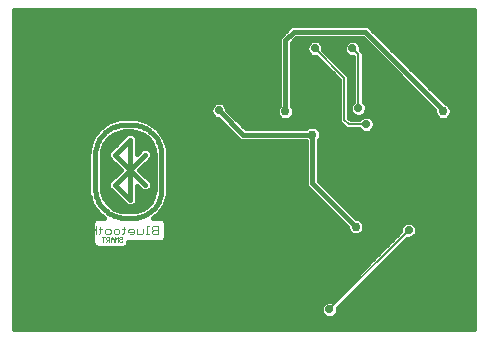
<source format=gbl>
G75*
G70*
%OFA0B0*%
%FSLAX24Y24*%
%IPPOS*%
%LPD*%
%AMOC8*
5,1,8,0,0,1.08239X$1,22.5*
%
%ADD10C,0.0030*%
%ADD11C,0.0010*%
%ADD12C,0.0160*%
%ADD13C,0.0290*%
%ADD14C,0.0060*%
%ADD15C,0.0300*%
D10*
X004969Y003349D02*
X004969Y003640D01*
X004824Y003640D01*
X004776Y003591D01*
X004776Y003543D01*
X004824Y003494D01*
X004776Y003446D01*
X004776Y003398D01*
X004824Y003349D01*
X004969Y003349D01*
X004969Y003494D02*
X004824Y003494D01*
X004675Y003640D02*
X004626Y003640D01*
X004626Y003349D01*
X004578Y003349D02*
X004675Y003349D01*
X004478Y003543D02*
X004478Y003398D01*
X004430Y003349D01*
X004285Y003349D01*
X004285Y003543D01*
X004038Y003349D02*
X004135Y003349D01*
X004184Y003398D01*
X004184Y003494D01*
X004135Y003543D01*
X004038Y003543D01*
X003990Y003494D01*
X003990Y003446D01*
X004184Y003446D01*
X003840Y003591D02*
X003840Y003398D01*
X003792Y003349D01*
X003792Y003543D02*
X003889Y003543D01*
X003644Y003349D02*
X003547Y003349D01*
X003499Y003398D01*
X003499Y003494D01*
X003547Y003543D01*
X003644Y003543D01*
X003692Y003494D01*
X003692Y003398D01*
X003644Y003349D01*
X003349Y003349D02*
X003253Y003349D01*
X003204Y003398D01*
X003204Y003494D01*
X003253Y003543D01*
X003349Y003543D01*
X003398Y003494D01*
X003398Y003398D01*
X003349Y003349D01*
X003055Y003591D02*
X003055Y003398D01*
X003006Y003349D01*
X003006Y003543D02*
X003103Y003543D01*
X002907Y003640D02*
X002907Y003349D01*
X002907Y003494D02*
X002858Y003543D01*
X002762Y003543D01*
X002713Y003494D01*
X002713Y003349D01*
D11*
X003690Y003236D02*
X003715Y003261D01*
X003765Y003261D01*
X003790Y003236D01*
X003790Y003211D01*
X003765Y003186D01*
X003715Y003186D01*
X003690Y003161D01*
X003690Y003136D01*
X003715Y003111D01*
X003765Y003111D01*
X003790Y003136D01*
X003643Y003111D02*
X003643Y003261D01*
X003593Y003211D01*
X003543Y003261D01*
X003543Y003111D01*
X003496Y003111D02*
X003496Y003211D01*
X003446Y003261D01*
X003396Y003211D01*
X003396Y003111D01*
X003396Y003186D02*
X003496Y003186D01*
X003348Y003111D02*
X003348Y003261D01*
X003273Y003261D01*
X003248Y003236D01*
X003248Y003186D01*
X003273Y003161D01*
X003348Y003161D01*
X003298Y003161D02*
X003248Y003111D01*
X003151Y003111D02*
X003151Y003261D01*
X003201Y003261D02*
X003101Y003261D01*
D12*
X004858Y004730D02*
X004788Y004517D01*
X004657Y004336D01*
X004475Y004204D01*
X004262Y004134D01*
X004150Y004126D01*
X004058Y004126D01*
X004055Y004122D01*
X003880Y004122D01*
X003758Y004131D01*
X003526Y004207D01*
X003329Y004350D01*
X003185Y004547D01*
X003110Y004780D01*
X003100Y004902D01*
X003100Y005909D01*
X003104Y005913D01*
X003104Y006004D01*
X003114Y006126D01*
X003189Y006358D01*
X003333Y006555D01*
X003530Y006699D01*
X003762Y006774D01*
X003884Y006784D01*
X003992Y006784D01*
X003995Y006780D01*
X004012Y006780D01*
X004012Y006780D01*
X004103Y006780D01*
X004103Y006780D01*
X004222Y006771D01*
X004449Y006699D01*
X004642Y006559D01*
X004782Y006368D01*
X004857Y006142D01*
X004867Y006023D01*
X004867Y004843D01*
X004858Y004730D01*
X003324Y005095D02*
X003324Y004913D01*
X003453Y004784D01*
X003953Y004284D01*
X004135Y004284D01*
X004264Y004413D01*
X004264Y004973D01*
X004453Y004784D01*
X004635Y004784D01*
X004764Y004913D01*
X004764Y005095D01*
X004355Y005504D01*
X004764Y005913D01*
X004764Y006095D01*
X004635Y006224D01*
X004453Y006224D01*
X004264Y006035D01*
X004264Y006595D01*
X004135Y006724D01*
X003953Y006724D01*
X003453Y006224D01*
X003324Y006095D01*
X003324Y005913D01*
X003733Y005504D01*
X003324Y005095D01*
X000180Y000180D02*
X000180Y010820D01*
X015525Y010820D01*
X015525Y000180D01*
X000180Y000180D01*
X010408Y006618D02*
X010408Y006734D01*
X010364Y006840D01*
X010282Y006922D01*
X010176Y006966D01*
X010060Y006966D01*
X009954Y006922D01*
X009928Y006896D01*
X007902Y006896D01*
X007292Y007506D01*
X007292Y007537D01*
X007249Y007641D01*
X007168Y007722D01*
X007064Y007765D01*
X006950Y007765D01*
X006846Y007722D01*
X006765Y007641D01*
X006722Y007537D01*
X006722Y007423D01*
X006765Y007319D01*
X006846Y007238D01*
X006950Y007195D01*
X006981Y007195D01*
X007591Y006585D01*
X007720Y006456D01*
X009898Y006456D01*
X009898Y004961D01*
X011276Y003583D01*
X011276Y003546D01*
X011320Y003440D01*
X011402Y003358D01*
X011508Y003314D01*
X011624Y003314D01*
X011730Y003358D01*
X011812Y003440D01*
X011856Y003546D01*
X011856Y003662D01*
X011812Y003768D01*
X011730Y003850D01*
X011624Y003894D01*
X011587Y003894D01*
X010338Y005143D01*
X010338Y006486D01*
X010364Y006512D01*
X010408Y006618D01*
X009440Y009729D02*
X009591Y009880D01*
X011799Y009880D01*
X014190Y007489D01*
X014190Y007392D01*
X014234Y007286D01*
X014316Y007204D01*
X014422Y007160D01*
X014538Y007160D01*
X014644Y007204D01*
X014726Y007286D01*
X014770Y007392D01*
X014770Y007508D01*
X014726Y007614D01*
X014644Y007696D01*
X014578Y007723D01*
X014571Y007730D01*
X011981Y010320D01*
X009409Y010320D01*
X009280Y010191D01*
X009000Y009911D01*
X009000Y007640D01*
X008974Y007614D01*
X008930Y007508D01*
X008930Y007392D01*
X008974Y007286D01*
X009056Y007204D01*
X009162Y007160D01*
X009278Y007160D01*
X009384Y007204D01*
X009466Y007286D01*
X009510Y007392D01*
X009510Y007508D01*
X009466Y007614D01*
X009440Y007640D01*
X009440Y009729D01*
X011945Y007493D02*
X011945Y007607D01*
X011902Y007711D01*
X011830Y007783D01*
X011830Y009420D01*
X011745Y009505D01*
X011745Y009607D01*
X011702Y009711D01*
X011621Y009792D01*
X011517Y009835D01*
X011403Y009835D01*
X011299Y009792D01*
X011218Y009711D01*
X011175Y009607D01*
X011175Y009493D01*
X011218Y009389D01*
X011299Y009308D01*
X011403Y009265D01*
X011490Y009265D01*
X011490Y007783D01*
X011418Y007711D01*
X011375Y007607D01*
X011375Y007493D01*
X011418Y007389D01*
X011499Y007308D01*
X011603Y007265D01*
X011717Y007265D01*
X011821Y007308D01*
X011902Y007389D01*
X011945Y007493D01*
X012205Y006963D02*
X012205Y007077D01*
X012162Y007181D01*
X012081Y007262D01*
X011977Y007305D01*
X011863Y007305D01*
X011759Y007262D01*
X011687Y007190D01*
X011402Y007190D01*
X011362Y007230D01*
X011362Y008638D01*
X011262Y008738D01*
X010495Y009505D01*
X010495Y009607D01*
X010452Y009711D01*
X010371Y009792D01*
X010267Y009835D01*
X010153Y009835D01*
X010049Y009792D01*
X009968Y009711D01*
X009925Y009607D01*
X009925Y009493D01*
X009968Y009389D01*
X010049Y009308D01*
X010153Y009265D01*
X010255Y009265D01*
X011022Y008498D01*
X011022Y007090D01*
X011162Y006950D01*
X011262Y006850D01*
X011687Y006850D01*
X011759Y006778D01*
X011863Y006735D01*
X011977Y006735D01*
X012081Y006778D01*
X012162Y006859D01*
X012205Y006963D01*
X013619Y003435D02*
X013619Y003548D01*
X013576Y003653D01*
X013495Y003733D01*
X013391Y003777D01*
X013277Y003777D01*
X013172Y003733D01*
X013092Y003653D01*
X013049Y003548D01*
X013049Y003447D01*
X010737Y001135D01*
X010636Y001135D01*
X010531Y001092D01*
X010451Y001011D01*
X010407Y000907D01*
X010407Y000793D01*
X010451Y000689D01*
X010531Y000608D01*
X010636Y000565D01*
X010749Y000565D01*
X010854Y000608D01*
X010934Y000689D01*
X010977Y000793D01*
X010977Y000895D01*
X013289Y003207D01*
X013391Y003207D01*
X013495Y003250D01*
X013576Y003330D01*
X013619Y003435D01*
X005307Y005933D02*
X005307Y006024D01*
X005307Y006115D01*
X005306Y006115D01*
X005306Y006215D01*
X005306Y006215D01*
X005187Y006576D01*
X005187Y006576D01*
X004962Y006882D01*
X004962Y006882D01*
X004962Y006882D01*
X004654Y007105D01*
X004654Y007105D01*
X004292Y007221D01*
X004292Y007221D01*
X004179Y007220D01*
X004175Y007224D01*
X003691Y007224D01*
X003323Y007105D01*
X003323Y007105D01*
X003011Y006877D01*
X003011Y006877D01*
X003011Y006877D01*
X002784Y006565D01*
X002784Y006565D01*
X002664Y006197D01*
X002664Y006099D01*
X002660Y006095D01*
X002660Y004708D01*
X002780Y004341D01*
X002780Y004341D01*
X003007Y004028D01*
X003007Y004028D01*
X003007Y004028D01*
X003182Y003901D01*
X002925Y003901D01*
X002907Y003899D01*
X002889Y003894D01*
X002872Y003887D01*
X002856Y003878D01*
X002842Y003866D01*
X002829Y003854D01*
X002818Y003839D01*
X002808Y003823D01*
X002801Y003806D01*
X002797Y003788D01*
X002794Y003770D01*
X002794Y003333D01*
X002794Y003328D01*
X002794Y003043D01*
X002796Y003025D01*
X002801Y003008D01*
X002808Y002991D01*
X002817Y002975D01*
X002828Y002960D01*
X002841Y002947D01*
X002856Y002936D01*
X002872Y002927D01*
X002889Y002920D01*
X002906Y002915D01*
X002925Y002913D01*
X003858Y002913D01*
X003876Y002915D01*
X003894Y002920D01*
X003911Y002927D01*
X003927Y002936D01*
X003941Y002947D01*
X003954Y002960D01*
X003965Y002975D01*
X003974Y002991D01*
X003981Y003008D01*
X003986Y003025D01*
X003989Y003043D01*
X003989Y003088D01*
X005100Y003088D01*
X005118Y003090D01*
X005136Y003095D01*
X005153Y003102D01*
X005169Y003111D01*
X005183Y003122D01*
X005196Y003135D01*
X005208Y003150D01*
X005217Y003166D01*
X005224Y003183D01*
X005229Y003200D01*
X005231Y003218D01*
X005231Y003770D01*
X005229Y003788D01*
X005224Y003806D01*
X005217Y003823D01*
X005208Y003839D01*
X005196Y003854D01*
X005183Y003866D01*
X005169Y003878D01*
X005153Y003887D01*
X005136Y003894D01*
X005118Y003899D01*
X005100Y003901D01*
X004822Y003901D01*
X004978Y004014D01*
X004978Y004014D01*
X005193Y004311D01*
X005193Y004311D01*
X005307Y004659D01*
X005307Y005933D01*
X005307Y005933D01*
X000180Y000317D02*
X015525Y000317D01*
X015525Y000476D02*
X000180Y000476D01*
X000180Y000634D02*
X010505Y000634D01*
X010879Y000634D02*
X015525Y000634D01*
X010408Y000793D02*
X000180Y000793D01*
X010977Y000793D02*
X015525Y000793D01*
X010426Y000951D02*
X000180Y000951D01*
X011034Y000951D02*
X015525Y000951D01*
X010574Y001110D02*
X000180Y001110D01*
X011192Y001110D02*
X015525Y001110D01*
X010870Y001268D02*
X000180Y001268D01*
X011351Y001268D02*
X015525Y001268D01*
X011028Y001427D02*
X000180Y001427D01*
X011509Y001427D02*
X015525Y001427D01*
X011187Y001585D02*
X000180Y001585D01*
X011668Y001585D02*
X015525Y001585D01*
X011345Y001744D02*
X000180Y001744D01*
X011826Y001744D02*
X015525Y001744D01*
X011504Y001902D02*
X000180Y001902D01*
X011985Y001902D02*
X015525Y001902D01*
X011662Y002061D02*
X000180Y002061D01*
X012143Y002061D02*
X015525Y002061D01*
X011821Y002219D02*
X000180Y002219D01*
X012302Y002219D02*
X015525Y002219D01*
X011979Y002378D02*
X000180Y002378D01*
X012460Y002378D02*
X015525Y002378D01*
X012138Y002536D02*
X000180Y002536D01*
X012619Y002536D02*
X015525Y002536D01*
X012296Y002695D02*
X000180Y002695D01*
X012777Y002695D02*
X015525Y002695D01*
X012455Y002853D02*
X000180Y002853D01*
X012936Y002853D02*
X015525Y002853D01*
X002800Y003012D02*
X000180Y003012D01*
X003983Y003012D02*
X012613Y003012D01*
X013094Y003012D02*
X015525Y003012D01*
X002794Y003170D02*
X000180Y003170D01*
X005219Y003170D02*
X012772Y003170D01*
X013253Y003170D02*
X015525Y003170D01*
X002794Y003329D02*
X000180Y003329D01*
X005231Y003329D02*
X011473Y003329D01*
X011659Y003329D02*
X012930Y003329D01*
X013574Y003329D02*
X015525Y003329D01*
X002794Y003487D02*
X000180Y003487D01*
X005231Y003487D02*
X011301Y003487D01*
X011831Y003487D02*
X013049Y003487D01*
X013619Y003487D02*
X015525Y003487D01*
X002794Y003646D02*
X000180Y003646D01*
X005231Y003646D02*
X011213Y003646D01*
X011856Y003646D02*
X013089Y003646D01*
X013579Y003646D02*
X015525Y003646D01*
X002801Y003804D02*
X000180Y003804D01*
X005224Y003804D02*
X011055Y003804D01*
X011776Y003804D02*
X015525Y003804D01*
X003097Y003963D02*
X000180Y003963D01*
X004907Y003963D02*
X010896Y003963D01*
X011519Y003963D02*
X015525Y003963D01*
X002939Y004121D02*
X000180Y004121D01*
X005056Y004121D02*
X010738Y004121D01*
X011360Y004121D02*
X015525Y004121D01*
X002824Y004280D02*
X000180Y004280D01*
X003426Y004280D02*
X004580Y004280D01*
X005171Y004280D02*
X010579Y004280D01*
X011202Y004280D02*
X015525Y004280D01*
X002748Y004438D02*
X000180Y004438D01*
X003265Y004438D02*
X003799Y004438D01*
X004264Y004438D02*
X004731Y004438D01*
X005235Y004438D02*
X010421Y004438D01*
X011043Y004438D02*
X015525Y004438D01*
X002697Y004597D02*
X000180Y004597D01*
X003169Y004597D02*
X003641Y004597D01*
X004264Y004597D02*
X004814Y004597D01*
X005286Y004597D02*
X010262Y004597D01*
X010885Y004597D02*
X015525Y004597D01*
X002660Y004755D02*
X000180Y004755D01*
X003118Y004755D02*
X003482Y004755D01*
X004264Y004755D02*
X004860Y004755D01*
X005307Y004755D02*
X010104Y004755D01*
X010726Y004755D02*
X015525Y004755D01*
X002660Y004914D02*
X000180Y004914D01*
X003100Y004914D02*
X003324Y004914D01*
X004264Y004914D02*
X004324Y004914D01*
X004764Y004914D02*
X004867Y004914D01*
X005307Y004914D02*
X009945Y004914D01*
X010568Y004914D02*
X015525Y004914D01*
X002660Y005072D02*
X000180Y005072D01*
X003100Y005072D02*
X003324Y005072D01*
X004764Y005072D02*
X004867Y005072D01*
X005307Y005072D02*
X009898Y005072D01*
X010409Y005072D02*
X015525Y005072D01*
X002660Y005231D02*
X000180Y005231D01*
X003100Y005231D02*
X003460Y005231D01*
X004629Y005231D02*
X004867Y005231D01*
X005307Y005231D02*
X009898Y005231D01*
X010338Y005231D02*
X015525Y005231D01*
X002660Y005389D02*
X000180Y005389D01*
X003100Y005389D02*
X003618Y005389D01*
X004470Y005389D02*
X004867Y005389D01*
X005307Y005389D02*
X009898Y005389D01*
X010338Y005389D02*
X015525Y005389D01*
X002660Y005548D02*
X000180Y005548D01*
X003100Y005548D02*
X003690Y005548D01*
X004399Y005548D02*
X004867Y005548D01*
X005307Y005548D02*
X009898Y005548D01*
X010338Y005548D02*
X015525Y005548D01*
X002660Y005706D02*
X000180Y005706D01*
X003100Y005706D02*
X003531Y005706D01*
X004557Y005706D02*
X004867Y005706D01*
X005307Y005706D02*
X009898Y005706D01*
X010338Y005706D02*
X015525Y005706D01*
X002660Y005865D02*
X000180Y005865D01*
X003100Y005865D02*
X003373Y005865D01*
X004716Y005865D02*
X004867Y005865D01*
X005307Y005865D02*
X009898Y005865D01*
X010338Y005865D02*
X015525Y005865D01*
X002660Y006023D02*
X000180Y006023D01*
X003106Y006023D02*
X003324Y006023D01*
X004764Y006023D02*
X004867Y006023D01*
X005307Y006023D02*
X009898Y006023D01*
X010338Y006023D02*
X015525Y006023D01*
X002664Y006182D02*
X000180Y006182D01*
X003132Y006182D02*
X003411Y006182D01*
X004264Y006182D02*
X004411Y006182D01*
X004678Y006182D02*
X004844Y006182D01*
X005306Y006182D02*
X009898Y006182D01*
X010338Y006182D02*
X015525Y006182D01*
X002711Y006340D02*
X000180Y006340D01*
X003183Y006340D02*
X003569Y006340D01*
X004264Y006340D02*
X004791Y006340D01*
X005265Y006340D02*
X009898Y006340D01*
X010338Y006340D02*
X015525Y006340D01*
X002762Y006499D02*
X000180Y006499D01*
X003291Y006499D02*
X003728Y006499D01*
X004264Y006499D02*
X004686Y006499D01*
X005212Y006499D02*
X007677Y006499D01*
X010351Y006499D02*
X015525Y006499D01*
X002851Y006657D02*
X000180Y006657D01*
X003472Y006657D02*
X003886Y006657D01*
X004202Y006657D02*
X004506Y006657D01*
X005127Y006657D02*
X007519Y006657D01*
X010408Y006657D02*
X015525Y006657D01*
X002966Y006816D02*
X000180Y006816D01*
X005011Y006816D02*
X007360Y006816D01*
X010374Y006816D02*
X011721Y006816D01*
X012119Y006816D02*
X015525Y006816D01*
X003144Y006974D02*
X000180Y006974D01*
X004835Y006974D02*
X007202Y006974D01*
X007824Y006974D02*
X011138Y006974D01*
X012205Y006974D02*
X015525Y006974D01*
X003410Y007133D02*
X000180Y007133D01*
X004567Y007133D02*
X007043Y007133D01*
X007666Y007133D02*
X011022Y007133D01*
X012182Y007133D02*
X015525Y007133D01*
X006793Y007291D02*
X000180Y007291D01*
X007507Y007291D02*
X008972Y007291D01*
X009468Y007291D02*
X011022Y007291D01*
X011362Y007291D02*
X011541Y007291D01*
X011779Y007291D02*
X011830Y007291D01*
X012010Y007291D02*
X014232Y007291D01*
X014728Y007291D02*
X015525Y007291D01*
X006722Y007450D02*
X000180Y007450D01*
X007349Y007450D02*
X008930Y007450D01*
X009510Y007450D02*
X011022Y007450D01*
X011362Y007450D02*
X011393Y007450D01*
X011927Y007450D02*
X014190Y007450D01*
X014770Y007450D02*
X015525Y007450D01*
X006752Y007608D02*
X000180Y007608D01*
X007262Y007608D02*
X008972Y007608D01*
X009468Y007608D02*
X011022Y007608D01*
X011362Y007608D02*
X011376Y007608D01*
X011944Y007608D02*
X014071Y007608D01*
X014728Y007608D02*
X015525Y007608D01*
X009000Y007767D02*
X000180Y007767D01*
X009440Y007767D02*
X011022Y007767D01*
X011362Y007767D02*
X011473Y007767D01*
X011847Y007767D02*
X013912Y007767D01*
X014535Y007767D02*
X015525Y007767D01*
X009000Y007925D02*
X000180Y007925D01*
X009440Y007925D02*
X011022Y007925D01*
X011362Y007925D02*
X011490Y007925D01*
X011830Y007925D02*
X013754Y007925D01*
X014376Y007925D02*
X015525Y007925D01*
X009000Y008084D02*
X000180Y008084D01*
X009440Y008084D02*
X011022Y008084D01*
X011362Y008084D02*
X011490Y008084D01*
X011830Y008084D02*
X013595Y008084D01*
X014218Y008084D02*
X015525Y008084D01*
X009000Y008242D02*
X000180Y008242D01*
X009440Y008242D02*
X011022Y008242D01*
X011362Y008242D02*
X011490Y008242D01*
X011830Y008242D02*
X013437Y008242D01*
X014059Y008242D02*
X015525Y008242D01*
X009000Y008401D02*
X000180Y008401D01*
X009440Y008401D02*
X011022Y008401D01*
X011362Y008401D02*
X011490Y008401D01*
X011830Y008401D02*
X013278Y008401D01*
X013901Y008401D02*
X015525Y008401D01*
X009000Y008559D02*
X000180Y008559D01*
X009440Y008559D02*
X010961Y008559D01*
X011362Y008559D02*
X011490Y008559D01*
X011830Y008559D02*
X013120Y008559D01*
X013742Y008559D02*
X015525Y008559D01*
X009000Y008718D02*
X000180Y008718D01*
X009440Y008718D02*
X010802Y008718D01*
X011283Y008718D02*
X011490Y008718D01*
X011830Y008718D02*
X012961Y008718D01*
X013584Y008718D02*
X015525Y008718D01*
X009000Y008876D02*
X000180Y008876D01*
X009440Y008876D02*
X010644Y008876D01*
X011124Y008876D02*
X011490Y008876D01*
X011830Y008876D02*
X012803Y008876D01*
X013425Y008876D02*
X015525Y008876D01*
X009000Y009035D02*
X000180Y009035D01*
X009440Y009035D02*
X010485Y009035D01*
X010966Y009035D02*
X011490Y009035D01*
X011830Y009035D02*
X012644Y009035D01*
X013267Y009035D02*
X015525Y009035D01*
X009000Y009193D02*
X000180Y009193D01*
X009440Y009193D02*
X010327Y009193D01*
X010807Y009193D02*
X011490Y009193D01*
X011830Y009193D02*
X012486Y009193D01*
X013108Y009193D02*
X015525Y009193D01*
X009000Y009352D02*
X000180Y009352D01*
X009440Y009352D02*
X010005Y009352D01*
X010649Y009352D02*
X011255Y009352D01*
X011830Y009352D02*
X012327Y009352D01*
X012950Y009352D02*
X015525Y009352D01*
X009000Y009510D02*
X000180Y009510D01*
X009440Y009510D02*
X009925Y009510D01*
X010495Y009510D02*
X011175Y009510D01*
X011745Y009510D02*
X012169Y009510D01*
X012791Y009510D02*
X015525Y009510D01*
X009000Y009669D02*
X000180Y009669D01*
X009440Y009669D02*
X009951Y009669D01*
X010469Y009669D02*
X011201Y009669D01*
X011719Y009669D02*
X012010Y009669D01*
X012633Y009669D02*
X015525Y009669D01*
X009000Y009827D02*
X000180Y009827D01*
X009538Y009827D02*
X010134Y009827D01*
X010286Y009827D02*
X011384Y009827D01*
X011536Y009827D02*
X011852Y009827D01*
X012474Y009827D02*
X015525Y009827D01*
X009074Y009986D02*
X000180Y009986D01*
X012316Y009986D02*
X015525Y009986D01*
X009233Y010144D02*
X000180Y010144D01*
X012157Y010144D02*
X015525Y010144D01*
X009391Y010303D02*
X000180Y010303D01*
X011999Y010303D02*
X015525Y010303D01*
X015525Y010461D02*
X000180Y010461D01*
X000180Y010620D02*
X015525Y010620D01*
X015525Y010778D02*
X000180Y010778D01*
X009220Y007450D02*
X009220Y009820D01*
X009500Y010100D01*
X011890Y010100D01*
X014480Y007510D01*
X014480Y007450D01*
X010118Y006676D02*
X010118Y005052D01*
X011566Y003604D01*
X007007Y007480D02*
X007811Y006676D01*
X010118Y006676D01*
X004044Y006504D02*
X004044Y005504D01*
X004044Y004504D01*
X003544Y005004D01*
X004044Y005504D01*
X004544Y006004D01*
X004044Y006504D02*
X003544Y006004D01*
X004044Y005504D01*
X004544Y005004D01*
X004084Y007004D02*
X003884Y007004D01*
X003824Y007002D01*
X003763Y006997D01*
X003704Y006988D01*
X003645Y006975D01*
X003586Y006959D01*
X003529Y006939D01*
X003474Y006916D01*
X003419Y006889D01*
X003367Y006860D01*
X003316Y006827D01*
X003267Y006791D01*
X003221Y006753D01*
X003177Y006711D01*
X003135Y006667D01*
X003097Y006621D01*
X003061Y006572D01*
X003028Y006521D01*
X002999Y006469D01*
X002972Y006414D01*
X002949Y006359D01*
X002929Y006302D01*
X002913Y006243D01*
X002900Y006184D01*
X002891Y006125D01*
X002886Y006064D01*
X002884Y006004D01*
X002880Y004902D02*
X002882Y004842D01*
X002887Y004781D01*
X002896Y004722D01*
X002909Y004663D01*
X002925Y004604D01*
X002945Y004547D01*
X002968Y004492D01*
X002995Y004437D01*
X003024Y004385D01*
X003057Y004334D01*
X003093Y004285D01*
X003131Y004239D01*
X003173Y004195D01*
X003217Y004153D01*
X003263Y004115D01*
X003312Y004079D01*
X003363Y004046D01*
X003415Y004017D01*
X003470Y003990D01*
X003525Y003967D01*
X003582Y003947D01*
X003641Y003931D01*
X003700Y003918D01*
X003759Y003909D01*
X003820Y003904D01*
X003880Y003902D01*
X002884Y006004D02*
X002880Y006004D01*
X002880Y004902D01*
X003880Y003902D02*
X004120Y003902D01*
X004087Y007000D02*
X004102Y007000D01*
X004164Y006998D01*
X004225Y006993D01*
X004286Y006983D01*
X004346Y006970D01*
X004405Y006953D01*
X004463Y006933D01*
X004520Y006908D01*
X004575Y006881D01*
X004628Y006850D01*
X004679Y006815D01*
X004728Y006778D01*
X004774Y006737D01*
X004818Y006694D01*
X004859Y006648D01*
X004897Y006599D01*
X004931Y006548D01*
X004963Y006496D01*
X004991Y006441D01*
X005016Y006384D01*
X005037Y006327D01*
X005054Y006268D01*
X005068Y006207D01*
X005078Y006147D01*
X005084Y006085D01*
X005086Y006024D01*
X005087Y004843D02*
X005085Y004784D01*
X005080Y004726D01*
X005070Y004667D01*
X005058Y004610D01*
X005041Y004553D01*
X005021Y004498D01*
X004998Y004444D01*
X004971Y004392D01*
X004941Y004341D01*
X004908Y004292D01*
X004872Y004246D01*
X004833Y004202D01*
X004791Y004160D01*
X004747Y004121D01*
X004701Y004085D01*
X004652Y004052D01*
X004601Y004022D01*
X004549Y003995D01*
X004495Y003972D01*
X004440Y003952D01*
X004383Y003935D01*
X004326Y003923D01*
X004267Y003913D01*
X004209Y003908D01*
X004150Y003906D01*
X005087Y004843D02*
X005087Y006024D01*
D13*
X012030Y004600D03*
X013430Y004600D03*
X013430Y005950D03*
X012030Y005250D03*
X012730Y005250D03*
X013430Y005250D03*
X012730Y005950D03*
X012730Y004600D03*
X012008Y001437D03*
X011443Y006616D03*
X013520Y007540D03*
X013480Y010110D03*
X012030Y005950D03*
X011660Y007550D03*
X011460Y009550D03*
X011920Y007020D03*
X010210Y009550D03*
X010692Y000850D03*
X013334Y003492D03*
X007007Y007480D03*
D14*
X011660Y007550D02*
X011660Y009350D01*
X011460Y009550D01*
X010210Y009550D02*
X011192Y008568D01*
X011192Y007160D01*
X011332Y007020D01*
X011920Y007020D01*
X013334Y003492D02*
X010692Y000850D01*
D15*
X014480Y007450D03*
X009220Y007450D03*
X010118Y006676D03*
X011566Y003604D03*
M02*

</source>
